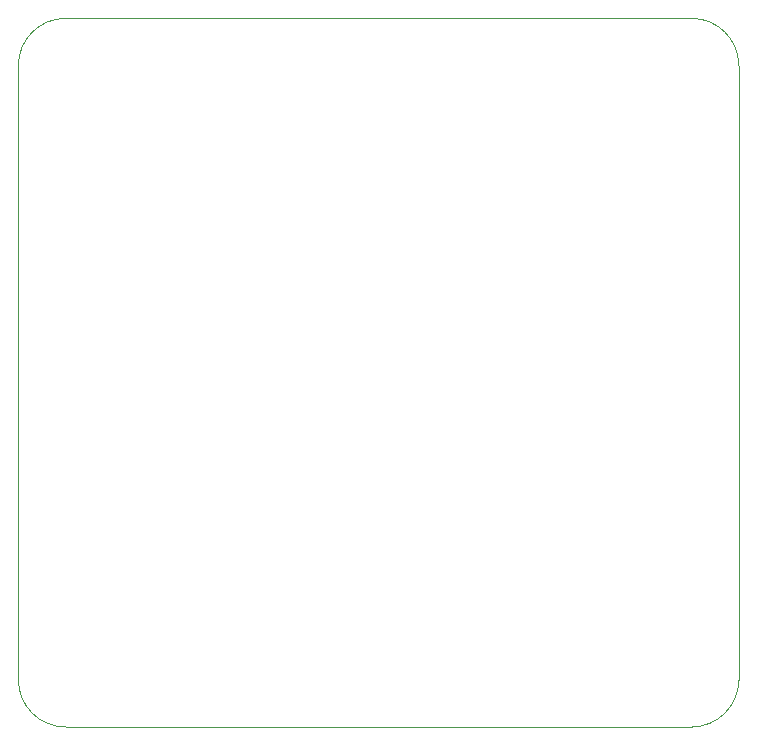
<source format=gm1>
G04 #@! TF.GenerationSoftware,KiCad,Pcbnew,8.0.6*
G04 #@! TF.CreationDate,2025-04-03T21:30:14+02:00*
G04 #@! TF.ProjectId,UV-Controller,55562d43-6f6e-4747-926f-6c6c65722e6b,v2.0*
G04 #@! TF.SameCoordinates,Original*
G04 #@! TF.FileFunction,Profile,NP*
%FSLAX46Y46*%
G04 Gerber Fmt 4.6, Leading zero omitted, Abs format (unit mm)*
G04 Created by KiCad (PCBNEW 8.0.6) date 2025-04-03 21:30:14*
%MOMM*%
%LPD*%
G01*
G04 APERTURE LIST*
G04 #@! TA.AperFunction,Profile*
%ADD10C,0.050000*%
G04 #@! TD*
G04 APERTURE END LIST*
D10*
X121112500Y-129475000D02*
X174112500Y-129475000D01*
X174112500Y-69475000D02*
X121112500Y-69475000D01*
X121112500Y-129475000D02*
G75*
G02*
X117112500Y-125475000I0J4000000D01*
G01*
X178112500Y-125475000D02*
G75*
G02*
X174112500Y-129475000I-4000000J0D01*
G01*
X117112500Y-73475000D02*
X117112500Y-125475000D01*
X117112500Y-73475000D02*
G75*
G02*
X121112500Y-69475000I4000000J0D01*
G01*
X178112500Y-125475000D02*
X178112500Y-73475000D01*
X174112500Y-69475000D02*
G75*
G02*
X178112500Y-73475000I0J-4000000D01*
G01*
M02*

</source>
